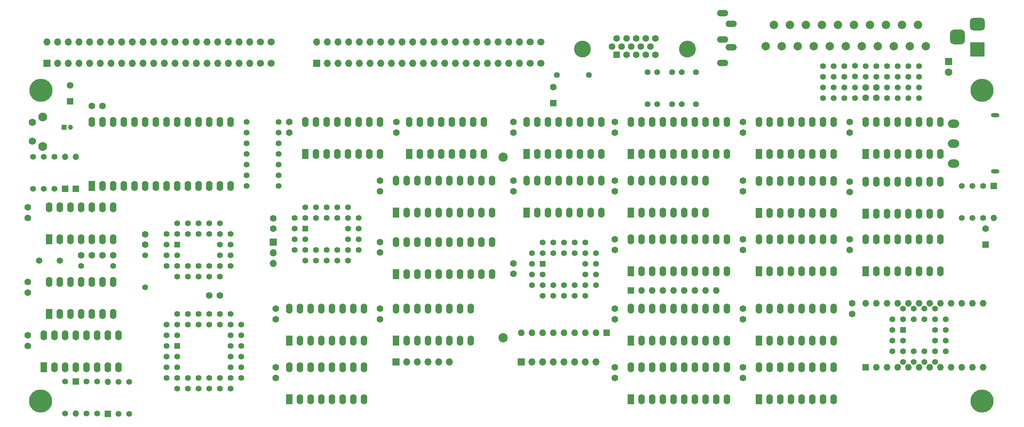
<source format=gbr>
%TF.GenerationSoftware,KiCad,Pcbnew,8.0.6*%
%TF.CreationDate,2025-01-18T12:45:17+00:00*%
%TF.ProjectId,v2b,7632622e-6b69-4636-9164-5f7063625858,rev?*%
%TF.SameCoordinates,Original*%
%TF.FileFunction,Soldermask,Bot*%
%TF.FilePolarity,Negative*%
%FSLAX46Y46*%
G04 Gerber Fmt 4.6, Leading zero omitted, Abs format (unit mm)*
G04 Created by KiCad (PCBNEW 8.0.6) date 2025-01-18 12:45:17*
%MOMM*%
%LPD*%
G01*
G04 APERTURE LIST*
G04 Aperture macros list*
%AMRoundRect*
0 Rectangle with rounded corners*
0 $1 Rounding radius*
0 $2 $3 $4 $5 $6 $7 $8 $9 X,Y pos of 4 corners*
0 Add a 4 corners polygon primitive as box body*
4,1,4,$2,$3,$4,$5,$6,$7,$8,$9,$2,$3,0*
0 Add four circle primitives for the rounded corners*
1,1,$1+$1,$2,$3*
1,1,$1+$1,$4,$5*
1,1,$1+$1,$6,$7*
1,1,$1+$1,$8,$9*
0 Add four rect primitives between the rounded corners*
20,1,$1+$1,$2,$3,$4,$5,0*
20,1,$1+$1,$4,$5,$6,$7,0*
20,1,$1+$1,$6,$7,$8,$9,0*
20,1,$1+$1,$8,$9,$2,$3,0*%
G04 Aperture macros list end*
%ADD10C,1.600000*%
%ADD11R,1.600000X1.600000*%
%ADD12O,1.600000X1.600000*%
%ADD13R,1.422400X1.422400*%
%ADD14C,1.422400*%
%ADD15R,1.600000X2.400000*%
%ADD16O,1.600000X2.400000*%
%ADD17R,3.500000X3.500000*%
%ADD18RoundRect,0.750000X-1.000000X0.750000X-1.000000X-0.750000X1.000000X-0.750000X1.000000X0.750000X0*%
%ADD19RoundRect,0.875000X-0.875000X0.875000X-0.875000X-0.875000X0.875000X-0.875000X0.875000X0.875000X0*%
%ADD20C,4.000000*%
%ADD21C,1.400000*%
%ADD22R,1.200000X1.200000*%
%ADD23C,1.200000*%
%ADD24R,1.500000X1.500000*%
%ADD25O,1.500000X1.500000*%
%ADD26C,5.500000*%
%ADD27C,2.100000*%
%ADD28C,1.750000*%
%ADD29R,1.700000X1.700000*%
%ADD30O,1.700000X1.700000*%
%ADD31O,2.000000X1.000000*%
%ADD32O,2.700000X2.000000*%
%ADD33C,1.998980*%
%ADD34C,2.200000*%
%ADD35R,1.800000X1.800000*%
%ADD36C,1.800000*%
%ADD37C,1.700000*%
%ADD38O,2.700000X1.500000*%
%ADD39C,1.500000*%
G04 APERTURE END LIST*
D10*
%TO.C,Cd11*%
X100965000Y-127020000D03*
X100965000Y-129520000D03*
%TD*%
D11*
%TO.C,U20*%
X241300000Y-127010000D03*
D12*
X243840000Y-127010000D03*
X246380000Y-127010000D03*
X248920000Y-127010000D03*
X251460000Y-127010000D03*
X254000000Y-127010000D03*
X256540000Y-127010000D03*
X259080000Y-127010000D03*
X261620000Y-127010000D03*
X264160000Y-127010000D03*
X266700000Y-127010000D03*
X269240000Y-127010000D03*
X269240000Y-111770000D03*
X266700000Y-111770000D03*
X264160000Y-111770000D03*
X261620000Y-111770000D03*
X259080000Y-111770000D03*
X256540000Y-111770000D03*
X254000000Y-111770000D03*
X251460000Y-111770000D03*
X248920000Y-111770000D03*
X246380000Y-111770000D03*
X243840000Y-111770000D03*
X241300000Y-111770000D03*
%TD*%
D13*
%TO.C,U5*%
X107950000Y-93980000D03*
D14*
X105410000Y-96520000D03*
X107950000Y-96520000D03*
X105410000Y-99060000D03*
X107950000Y-101600000D03*
X107950000Y-99060000D03*
X110490000Y-101600000D03*
X110490000Y-99060000D03*
X113030000Y-101600000D03*
X113030000Y-99060000D03*
X115570000Y-101600000D03*
X115570000Y-99060000D03*
X118110000Y-101600000D03*
X120650000Y-99060000D03*
X118110000Y-99060000D03*
X120650000Y-96520000D03*
X118110000Y-96520000D03*
X120650000Y-93980000D03*
X118110000Y-93980000D03*
X120650000Y-91440000D03*
X118110000Y-88900000D03*
X118110000Y-91440000D03*
X115570000Y-88900000D03*
X115570000Y-91440000D03*
X113030000Y-88900000D03*
X113030000Y-91440000D03*
X110490000Y-88900000D03*
X110490000Y-91440000D03*
X107950000Y-88900000D03*
X105410000Y-91440000D03*
X107950000Y-91440000D03*
X105410000Y-93980000D03*
%TD*%
D10*
%TO.C,Cd4*%
X125730000Y-97155000D03*
X125730000Y-99655000D03*
%TD*%
%TO.C,C5*%
X243840000Y-62825000D03*
X243840000Y-60325000D03*
%TD*%
%TO.C,Cd28*%
X212090000Y-82550000D03*
X212090000Y-85050000D03*
%TD*%
D15*
%TO.C,U19*%
X241300000Y-76200000D03*
D16*
X243840000Y-76200000D03*
X246380000Y-76200000D03*
X248920000Y-76200000D03*
X251460000Y-76200000D03*
X254000000Y-76200000D03*
X256540000Y-76200000D03*
X259080000Y-76200000D03*
X259080000Y-68580000D03*
X256540000Y-68580000D03*
X254000000Y-68580000D03*
X251460000Y-68580000D03*
X248920000Y-68580000D03*
X246380000Y-68580000D03*
X243840000Y-68580000D03*
X241300000Y-68580000D03*
%TD*%
D17*
%TO.C,J3*%
X267857500Y-51300000D03*
D18*
X267857500Y-45300000D03*
D19*
X263157500Y-48300000D03*
%TD*%
D20*
%TO.C,J7*%
X198890000Y-51181000D03*
X173890000Y-51181000D03*
D11*
X182075000Y-52601000D03*
D10*
X184365000Y-52601000D03*
X186655000Y-52601000D03*
X188945000Y-52601000D03*
X191235000Y-52601000D03*
X180930000Y-50621000D03*
X183220000Y-50621000D03*
X185510000Y-50621000D03*
X187800000Y-50621000D03*
X190090000Y-50621000D03*
X182075000Y-48641000D03*
X184365000Y-48641000D03*
X186655000Y-48641000D03*
X188945000Y-48641000D03*
X191235000Y-48641000D03*
%TD*%
D21*
%TO.C,R25*%
X236220000Y-55245000D03*
X236220000Y-57785000D03*
%TD*%
%TO.C,R10*%
X93980000Y-76200000D03*
X101600000Y-76200000D03*
%TD*%
D15*
%TO.C,U18*%
X241300000Y-90407000D03*
D16*
X243840000Y-90407000D03*
X246380000Y-90407000D03*
X248920000Y-90407000D03*
X251460000Y-90407000D03*
X254000000Y-90407000D03*
X256540000Y-90407000D03*
X259080000Y-90407000D03*
X259080000Y-82787000D03*
X256540000Y-82787000D03*
X254000000Y-82787000D03*
X251460000Y-82787000D03*
X248920000Y-82787000D03*
X246380000Y-82787000D03*
X243840000Y-82787000D03*
X241300000Y-82787000D03*
%TD*%
D10*
%TO.C,Cd32*%
X212090000Y-127000000D03*
X212090000Y-129500000D03*
%TD*%
D21*
%TO.C,R7*%
X54610000Y-102870000D03*
X62230000Y-102870000D03*
%TD*%
D22*
%TO.C,C1*%
X50570000Y-69850000D03*
D23*
X52070000Y-69850000D03*
%TD*%
D21*
%TO.C,R11*%
X93980000Y-73660000D03*
X101600000Y-73660000D03*
%TD*%
%TO.C,R16*%
X195240000Y-64372000D03*
X195240000Y-56752000D03*
%TD*%
%TO.C,R24*%
X233680000Y-55245000D03*
X233680000Y-57785000D03*
%TD*%
D11*
%TO.C,RN2*%
X179705000Y-118745000D03*
D12*
X177165000Y-118745000D03*
X174625000Y-118745000D03*
X172085000Y-118745000D03*
X169545000Y-118745000D03*
X167005000Y-118745000D03*
X164465000Y-118745000D03*
X161925000Y-118745000D03*
X159385000Y-118745000D03*
%TD*%
D21*
%TO.C,R9*%
X93980000Y-78740000D03*
X101600000Y-78740000D03*
%TD*%
D24*
%TO.C,D4*%
X53340000Y-84455000D03*
D25*
X53340000Y-76835000D03*
%TD*%
D26*
%TO.C,H2*%
X45000000Y-135000000D03*
%TD*%
D15*
%TO.C,U3*%
X104140000Y-134640000D03*
D16*
X106680000Y-134640000D03*
X109220000Y-134640000D03*
X111760000Y-134640000D03*
X114300000Y-134640000D03*
X116840000Y-134640000D03*
X119380000Y-134640000D03*
X121920000Y-134640000D03*
X121920000Y-127020000D03*
X119380000Y-127020000D03*
X116840000Y-127020000D03*
X114300000Y-127020000D03*
X111760000Y-127020000D03*
X109220000Y-127020000D03*
X106680000Y-127020000D03*
X104140000Y-127020000D03*
%TD*%
D15*
%TO.C,U16*%
X215900000Y-134620000D03*
D16*
X218440000Y-134620000D03*
X220980000Y-134620000D03*
X223520000Y-134620000D03*
X226060000Y-134620000D03*
X228600000Y-134620000D03*
X231140000Y-134620000D03*
X233680000Y-134620000D03*
X233680000Y-127000000D03*
X231140000Y-127000000D03*
X228600000Y-127000000D03*
X226060000Y-127000000D03*
X223520000Y-127000000D03*
X220980000Y-127000000D03*
X218440000Y-127000000D03*
X215900000Y-127000000D03*
%TD*%
D21*
%TO.C,R39*%
X167808000Y-57387000D03*
X175428000Y-57387000D03*
%TD*%
%TO.C,R34*%
X248920000Y-55295000D03*
X248920000Y-57835000D03*
%TD*%
D10*
%TO.C,C3*%
X62190000Y-100330000D03*
X59690000Y-100330000D03*
%TD*%
D15*
%TO.C,U7*%
X160655000Y-76200000D03*
D16*
X163195000Y-76200000D03*
X165735000Y-76200000D03*
X168275000Y-76200000D03*
X170815000Y-76200000D03*
X173355000Y-76200000D03*
X175895000Y-76200000D03*
X178435000Y-76200000D03*
X178435000Y-68580000D03*
X175895000Y-68580000D03*
X173355000Y-68580000D03*
X170815000Y-68580000D03*
X168275000Y-68580000D03*
X165735000Y-68580000D03*
X163195000Y-68580000D03*
X160655000Y-68580000D03*
%TD*%
D21*
%TO.C,R2*%
X101600000Y-83820000D03*
X93980000Y-83820000D03*
%TD*%
D27*
%TO.C,SW1*%
X45466000Y-74422000D03*
X45466000Y-67412000D03*
D28*
X42976000Y-73172000D03*
X42976000Y-68672000D03*
%TD*%
D15*
%TO.C,U2*%
X46990000Y-96520000D03*
D16*
X49530000Y-96520000D03*
X52070000Y-96520000D03*
X54610000Y-96520000D03*
X57150000Y-96520000D03*
X59690000Y-96520000D03*
X62230000Y-96520000D03*
X62230000Y-88900000D03*
X59690000Y-88900000D03*
X57150000Y-88900000D03*
X54610000Y-88900000D03*
X52070000Y-88900000D03*
X49530000Y-88900000D03*
X46990000Y-88900000D03*
%TD*%
D21*
%TO.C,R22*%
X238760000Y-60325000D03*
X238760000Y-62865000D03*
%TD*%
%TO.C,R5*%
X45720000Y-76835000D03*
X45720000Y-84455000D03*
%TD*%
D29*
%TO.C,J2*%
X159385000Y-125730000D03*
D30*
X161925000Y-125730000D03*
X164465000Y-125730000D03*
X167005000Y-125730000D03*
X169545000Y-125730000D03*
X172085000Y-125730000D03*
X174625000Y-125730000D03*
X177165000Y-125730000D03*
%TD*%
D21*
%TO.C,R15*%
X191684000Y-64372000D03*
X191684000Y-56752000D03*
%TD*%
%TO.C,R6*%
X48260000Y-76835000D03*
X48260000Y-84455000D03*
%TD*%
%TO.C,R32*%
X254000000Y-55295000D03*
X254000000Y-57835000D03*
%TD*%
D31*
%TO.C,SW2*%
X272155000Y-80310000D03*
X272155000Y-67010000D03*
D32*
X262255000Y-78510000D03*
X262255000Y-73710000D03*
X262255000Y-69010000D03*
%TD*%
D21*
%TO.C,R38*%
X266700000Y-91440000D03*
X266700000Y-83820000D03*
%TD*%
D10*
%TO.C,Cd27*%
X41910000Y-88900000D03*
X41910000Y-91400000D03*
%TD*%
D21*
%TO.C,R21*%
X236220000Y-60325000D03*
X236220000Y-62865000D03*
%TD*%
D10*
%TO.C,Cd1*%
X181610000Y-113030000D03*
X181610000Y-115530000D03*
%TD*%
D21*
%TO.C,R3*%
X58420000Y-130412000D03*
X58420000Y-138032000D03*
%TD*%
D15*
%TO.C,U15*%
X185420000Y-76200000D03*
D16*
X187960000Y-76200000D03*
X190500000Y-76200000D03*
X193040000Y-76200000D03*
X195580000Y-76200000D03*
X198120000Y-76200000D03*
X200660000Y-76200000D03*
X203200000Y-76200000D03*
X205740000Y-76200000D03*
X208280000Y-76200000D03*
X208280000Y-68580000D03*
X205740000Y-68580000D03*
X203200000Y-68580000D03*
X200660000Y-68580000D03*
X198120000Y-68580000D03*
X195580000Y-68580000D03*
X193040000Y-68580000D03*
X190500000Y-68580000D03*
X187960000Y-68580000D03*
X185420000Y-68580000D03*
%TD*%
D10*
%TO.C,Cd15*%
X41910000Y-119380000D03*
X41910000Y-121880000D03*
%TD*%
%TO.C,Cd30*%
X212090000Y-68580000D03*
X212090000Y-71080000D03*
%TD*%
D15*
%TO.C,U17*%
X241300000Y-104140000D03*
D16*
X243840000Y-104140000D03*
X246380000Y-104140000D03*
X248920000Y-104140000D03*
X251460000Y-104140000D03*
X254000000Y-104140000D03*
X256540000Y-104140000D03*
X259080000Y-104140000D03*
X259080000Y-96520000D03*
X256540000Y-96520000D03*
X254000000Y-96520000D03*
X251460000Y-96520000D03*
X248920000Y-96520000D03*
X246380000Y-96520000D03*
X243840000Y-96520000D03*
X241300000Y-96520000D03*
%TD*%
D10*
%TO.C,C2*%
X54610000Y-100330000D03*
X57110000Y-100330000D03*
%TD*%
%TO.C,Cd9*%
X212090000Y-96520000D03*
X212090000Y-99020000D03*
%TD*%
%TO.C,Cd29*%
X157480000Y-68580000D03*
X157480000Y-71080000D03*
%TD*%
D21*
%TO.C,R1*%
X55880000Y-130412000D03*
X55880000Y-138032000D03*
%TD*%
%TO.C,R28*%
X254000000Y-60375000D03*
X254000000Y-62915000D03*
%TD*%
D10*
%TO.C,Cd19*%
X104140000Y-68580000D03*
X104140000Y-71080000D03*
%TD*%
D21*
%TO.C,R14*%
X189398000Y-64372000D03*
X189398000Y-56752000D03*
%TD*%
D10*
%TO.C,Cd2*%
X181610000Y-127000000D03*
X181610000Y-129500000D03*
%TD*%
D15*
%TO.C,U32*%
X129540000Y-104775000D03*
D16*
X132080000Y-104775000D03*
X134620000Y-104775000D03*
X137160000Y-104775000D03*
X139700000Y-104775000D03*
X142240000Y-104775000D03*
X144780000Y-104775000D03*
X147320000Y-104775000D03*
X149860000Y-104775000D03*
X152400000Y-104775000D03*
X152400000Y-97155000D03*
X149860000Y-97155000D03*
X147320000Y-97155000D03*
X144780000Y-97155000D03*
X142240000Y-97155000D03*
X139700000Y-97155000D03*
X137160000Y-97155000D03*
X134620000Y-97155000D03*
X132080000Y-97155000D03*
X129540000Y-97155000D03*
%TD*%
D11*
%TO.C,C7*%
X167005000Y-64047380D03*
D10*
X167005000Y-60237380D03*
%TD*%
%TO.C,Cd13*%
X41910000Y-106680000D03*
X41910000Y-109180000D03*
%TD*%
D11*
%TO.C,C6*%
X269875000Y-97790000D03*
D10*
X269875000Y-93980000D03*
%TD*%
D24*
%TO.C,D1*%
X53340000Y-130412000D03*
D25*
X53340000Y-138032000D03*
%TD*%
D15*
%TO.C,U24*%
X215900000Y-90270000D03*
D16*
X218440000Y-90270000D03*
X220980000Y-90270000D03*
X223520000Y-90270000D03*
X226060000Y-90270000D03*
X228600000Y-90270000D03*
X231140000Y-90270000D03*
X233680000Y-90270000D03*
X233680000Y-82650000D03*
X231140000Y-82650000D03*
X228600000Y-82650000D03*
X226060000Y-82650000D03*
X223520000Y-82650000D03*
X220980000Y-82650000D03*
X218440000Y-82650000D03*
X215900000Y-82650000D03*
%TD*%
D15*
%TO.C,U14*%
X185420000Y-90170000D03*
D16*
X187960000Y-90170000D03*
X190500000Y-90170000D03*
X193040000Y-90170000D03*
X195580000Y-90170000D03*
X198120000Y-90170000D03*
X200660000Y-90170000D03*
X203200000Y-90170000D03*
X203200000Y-82550000D03*
X200660000Y-82550000D03*
X198120000Y-82550000D03*
X195580000Y-82550000D03*
X193040000Y-82550000D03*
X190500000Y-82550000D03*
X187960000Y-82550000D03*
X185420000Y-82550000D03*
%TD*%
D29*
%TO.C,J9*%
X100330000Y-97155000D03*
D30*
X100330000Y-99695000D03*
X100330000Y-102235000D03*
%TD*%
D21*
%TO.C,R36*%
X243840000Y-55295000D03*
X243840000Y-57835000D03*
%TD*%
D11*
%TO.C,RN1*%
X185420000Y-108685000D03*
D12*
X187960000Y-108685000D03*
X190500000Y-108685000D03*
X193040000Y-108685000D03*
X195580000Y-108685000D03*
X198120000Y-108685000D03*
X200660000Y-108685000D03*
X203200000Y-108685000D03*
X205740000Y-108685000D03*
%TD*%
D26*
%TO.C,H4*%
X269000000Y-135000000D03*
%TD*%
D21*
%TO.C,R29*%
X251460000Y-60375000D03*
X251460000Y-62915000D03*
%TD*%
D10*
%TO.C,Cd20*%
X238125000Y-111780000D03*
X238125000Y-114280000D03*
%TD*%
D21*
%TO.C,R44*%
X66040000Y-130429000D03*
X66040000Y-138049000D03*
%TD*%
D13*
%TO.C,U21*%
X250190000Y-118110000D03*
D14*
X247650000Y-120650000D03*
X250190000Y-120650000D03*
X247650000Y-123190000D03*
X250190000Y-125730000D03*
X250190000Y-123190000D03*
X252730000Y-125730000D03*
X252730000Y-123190000D03*
X255270000Y-125730000D03*
X255270000Y-123190000D03*
X257810000Y-125730000D03*
X260350000Y-123190000D03*
X257810000Y-123190000D03*
X260350000Y-120650000D03*
X257810000Y-120650000D03*
X260350000Y-118110000D03*
X257810000Y-118110000D03*
X260350000Y-115570000D03*
X257810000Y-113030000D03*
X257810000Y-115570000D03*
X255270000Y-113030000D03*
X255270000Y-115570000D03*
X252730000Y-113030000D03*
X252730000Y-115570000D03*
X250190000Y-113030000D03*
X247650000Y-115570000D03*
X250190000Y-115570000D03*
X247650000Y-118110000D03*
%TD*%
D26*
%TO.C,H3*%
X269030000Y-61000000D03*
%TD*%
D10*
%TO.C,C4*%
X241300000Y-62825000D03*
X241300000Y-60325000D03*
%TD*%
D21*
%TO.C,R37*%
X69850000Y-107950000D03*
X69850000Y-100330000D03*
%TD*%
D24*
%TO.C,D2*%
X60960000Y-138049000D03*
D25*
X60960000Y-130429000D03*
%TD*%
D15*
%TO.C,U23*%
X215900000Y-104140000D03*
D16*
X218440000Y-104140000D03*
X220980000Y-104140000D03*
X223520000Y-104140000D03*
X226060000Y-104140000D03*
X228600000Y-104140000D03*
X231140000Y-104140000D03*
X233680000Y-104140000D03*
X233680000Y-96520000D03*
X231140000Y-96520000D03*
X228600000Y-96520000D03*
X226060000Y-96520000D03*
X223520000Y-96520000D03*
X220980000Y-96520000D03*
X218440000Y-96520000D03*
X215900000Y-96520000D03*
%TD*%
D10*
%TO.C,Cd31*%
X100330000Y-93980000D03*
X100330000Y-91480000D03*
%TD*%
D21*
%TO.C,R41*%
X264160000Y-91440000D03*
X264160000Y-83820000D03*
%TD*%
D11*
%TO.C,C8*%
X52000000Y-63635000D03*
D10*
X52000000Y-59825000D03*
%TD*%
D15*
%TO.C,U28*%
X57150000Y-83820000D03*
D16*
X59690000Y-83820000D03*
X62230000Y-83820000D03*
X64770000Y-83820000D03*
X67310000Y-83820000D03*
X69850000Y-83820000D03*
X72390000Y-83820000D03*
X74930000Y-83820000D03*
X77470000Y-83820000D03*
X80010000Y-83820000D03*
X82550000Y-83820000D03*
X85090000Y-83820000D03*
X87630000Y-83820000D03*
X90170000Y-83820000D03*
X90170000Y-68580000D03*
X87630000Y-68580000D03*
X85090000Y-68580000D03*
X82550000Y-68580000D03*
X80010000Y-68580000D03*
X77470000Y-68580000D03*
X74930000Y-68580000D03*
X72390000Y-68580000D03*
X69850000Y-68580000D03*
X67310000Y-68580000D03*
X64770000Y-68580000D03*
X62230000Y-68580000D03*
X59690000Y-68580000D03*
X57150000Y-68580000D03*
%TD*%
D15*
%TO.C,U10*%
X107950000Y-76200000D03*
D16*
X110490000Y-76200000D03*
X113030000Y-76200000D03*
X115570000Y-76200000D03*
X118110000Y-76200000D03*
X120650000Y-76200000D03*
X123190000Y-76200000D03*
X125730000Y-76200000D03*
X125730000Y-68580000D03*
X123190000Y-68580000D03*
X120650000Y-68580000D03*
X118110000Y-68580000D03*
X115570000Y-68580000D03*
X113030000Y-68580000D03*
X110490000Y-68580000D03*
X107950000Y-68580000D03*
%TD*%
D10*
%TO.C,Cd25*%
X125730000Y-113030000D03*
X125730000Y-115530000D03*
%TD*%
D21*
%TO.C,R43*%
X63500000Y-130450000D03*
X63500000Y-138070000D03*
%TD*%
D33*
%TO.C,J4*%
X217513000Y-50559640D03*
X219418000Y-45479640D03*
X221323000Y-50559640D03*
X223228000Y-45479640D03*
X225133000Y-50559640D03*
X227038000Y-45479640D03*
X228943000Y-50559640D03*
X230848000Y-45479640D03*
X232753000Y-50559640D03*
X234658000Y-45479640D03*
X236563000Y-50559640D03*
X238468000Y-45479640D03*
X240373000Y-50559640D03*
X242278000Y-45479640D03*
X244183000Y-50559640D03*
X246088000Y-45479640D03*
X247993000Y-50559640D03*
X249898000Y-45479640D03*
X251803000Y-50559640D03*
X253708000Y-45479640D03*
X255613000Y-50559640D03*
%TD*%
D13*
%TO.C,U8*%
X164465000Y-102335000D03*
D14*
X161925000Y-104875000D03*
X164465000Y-104875000D03*
X161925000Y-107415000D03*
X164465000Y-109955000D03*
X164465000Y-107415000D03*
X167005000Y-109955000D03*
X167005000Y-107415000D03*
X169545000Y-109955000D03*
X169545000Y-107415000D03*
X172085000Y-109955000D03*
X172085000Y-107415000D03*
X174625000Y-109955000D03*
X177165000Y-107415000D03*
X174625000Y-107415000D03*
X177165000Y-104875000D03*
X174625000Y-104875000D03*
X177165000Y-102335000D03*
X174625000Y-102335000D03*
X177165000Y-99795000D03*
X174625000Y-97255000D03*
X174625000Y-99795000D03*
X172085000Y-97255000D03*
X172085000Y-99795000D03*
X169545000Y-97255000D03*
X169545000Y-99795000D03*
X167005000Y-97255000D03*
X167005000Y-99795000D03*
X164465000Y-97255000D03*
X161925000Y-99795000D03*
X164465000Y-99795000D03*
X161925000Y-102335000D03*
%TD*%
D15*
%TO.C,U22*%
X215900000Y-120650000D03*
D16*
X218440000Y-120650000D03*
X220980000Y-120650000D03*
X223520000Y-120650000D03*
X226060000Y-120650000D03*
X228600000Y-120650000D03*
X231140000Y-120650000D03*
X233680000Y-120650000D03*
X233680000Y-113030000D03*
X231140000Y-113030000D03*
X228600000Y-113030000D03*
X226060000Y-113030000D03*
X223520000Y-113030000D03*
X220980000Y-113030000D03*
X218440000Y-113030000D03*
X215900000Y-113030000D03*
%TD*%
D15*
%TO.C,U26*%
X46990000Y-114300000D03*
D16*
X49530000Y-114300000D03*
X52070000Y-114300000D03*
X54610000Y-114300000D03*
X57150000Y-114300000D03*
X59690000Y-114300000D03*
X62230000Y-114300000D03*
X62230000Y-106680000D03*
X59690000Y-106680000D03*
X57150000Y-106680000D03*
X54610000Y-106680000D03*
X52070000Y-106680000D03*
X49530000Y-106680000D03*
X46990000Y-106680000D03*
%TD*%
D13*
%TO.C,U1*%
X77470000Y-121920000D03*
D14*
X74930000Y-124460000D03*
X77470000Y-124460000D03*
X74930000Y-127000000D03*
X77470000Y-127000000D03*
X74930000Y-129540000D03*
X77470000Y-132080000D03*
X77470000Y-129540000D03*
X80010000Y-132080000D03*
X80010000Y-129540000D03*
X82550000Y-132080000D03*
X82550000Y-129540000D03*
X85090000Y-132080000D03*
X85090000Y-129540000D03*
X87630000Y-132080000D03*
X87630000Y-129540000D03*
X90170000Y-132080000D03*
X92710000Y-129540000D03*
X90170000Y-129540000D03*
X92710000Y-127000000D03*
X90170000Y-127000000D03*
X92710000Y-124460000D03*
X90170000Y-124460000D03*
X92710000Y-121920000D03*
X90170000Y-121920000D03*
X92710000Y-119380000D03*
X90170000Y-119380000D03*
X92710000Y-116840000D03*
X90170000Y-114300000D03*
X90170000Y-116840000D03*
X87630000Y-114300000D03*
X87630000Y-116840000D03*
X85090000Y-114300000D03*
X85090000Y-116840000D03*
X82550000Y-114300000D03*
X82550000Y-116840000D03*
X80010000Y-114300000D03*
X80010000Y-116840000D03*
X77470000Y-114300000D03*
X74930000Y-116840000D03*
X77470000Y-116840000D03*
X74930000Y-119380000D03*
X77470000Y-119380000D03*
X74930000Y-121920000D03*
%TD*%
D34*
%TO.C,H6*%
X155000000Y-120000000D03*
%TD*%
D30*
%TO.C,J1*%
X142240000Y-125730000D03*
X139700000Y-125730000D03*
X137160000Y-125730000D03*
X134620000Y-125730000D03*
X132080000Y-125730000D03*
D29*
X129540000Y-125730000D03*
%TD*%
D35*
%TO.C,D3*%
X261030000Y-54225000D03*
D36*
X261030000Y-56765000D03*
%TD*%
D16*
%TO.C,U31*%
X185420000Y-127000000D03*
X187960000Y-127000000D03*
X190500000Y-127000000D03*
X193040000Y-127000000D03*
X195580000Y-127000000D03*
X198120000Y-127000000D03*
X200660000Y-127000000D03*
X203200000Y-127000000D03*
X205740000Y-127000000D03*
X208280000Y-127000000D03*
X208280000Y-134620000D03*
X205740000Y-134620000D03*
X203200000Y-134620000D03*
X200660000Y-134620000D03*
X198120000Y-134620000D03*
X195580000Y-134620000D03*
X193040000Y-134620000D03*
X190500000Y-134620000D03*
X187960000Y-134620000D03*
D15*
X185420000Y-134620000D03*
%TD*%
D21*
%TO.C,R35*%
X246380000Y-55295000D03*
X246380000Y-57835000D03*
%TD*%
%TO.C,R12*%
X93980000Y-71120000D03*
X101600000Y-71120000D03*
%TD*%
%TO.C,R17*%
X197526000Y-64372000D03*
X197526000Y-56752000D03*
%TD*%
%TO.C,R20*%
X233721000Y-60325000D03*
X233721000Y-62865000D03*
%TD*%
D13*
%TO.C,U29*%
X77470000Y-97790000D03*
D14*
X74930000Y-100330000D03*
X77470000Y-100330000D03*
X74930000Y-102870000D03*
X77470000Y-105410000D03*
X77470000Y-102870000D03*
X80010000Y-105410000D03*
X80010000Y-102870000D03*
X82550000Y-105410000D03*
X82550000Y-102870000D03*
X85090000Y-105410000D03*
X85090000Y-102870000D03*
X87630000Y-105410000D03*
X90170000Y-102870000D03*
X87630000Y-102870000D03*
X90170000Y-100330000D03*
X87630000Y-100330000D03*
X90170000Y-97790000D03*
X87630000Y-97790000D03*
X90170000Y-95250000D03*
X87630000Y-92710000D03*
X87630000Y-95250000D03*
X85090000Y-92710000D03*
X85090000Y-95250000D03*
X82550000Y-92710000D03*
X82550000Y-95250000D03*
X80010000Y-92710000D03*
X80010000Y-95250000D03*
X77470000Y-92710000D03*
X74930000Y-95250000D03*
X77470000Y-95250000D03*
X74930000Y-97790000D03*
%TD*%
D10*
%TO.C,Cd26*%
X181610000Y-96520000D03*
X181610000Y-99020000D03*
%TD*%
D15*
%TO.C,U30*%
X129518000Y-120650000D03*
D16*
X132058000Y-120650000D03*
X134598000Y-120650000D03*
X137138000Y-120650000D03*
X139678000Y-120650000D03*
X142218000Y-120650000D03*
X144758000Y-120650000D03*
X147298000Y-120650000D03*
X147298000Y-113030000D03*
X144758000Y-113030000D03*
X142218000Y-113030000D03*
X139678000Y-113030000D03*
X137138000Y-113030000D03*
X134598000Y-113030000D03*
X132058000Y-113030000D03*
X129518000Y-113030000D03*
%TD*%
D29*
%TO.C,J6*%
X110648000Y-54610000D03*
D30*
X110648000Y-49530000D03*
X113188000Y-54610000D03*
X113188000Y-49530000D03*
X115728000Y-54610000D03*
X115728000Y-49530000D03*
X118268000Y-54610000D03*
X118268000Y-49530000D03*
X120808000Y-54610000D03*
X120808000Y-49530000D03*
X123348000Y-54610000D03*
X123348000Y-49530000D03*
X125888000Y-54610000D03*
X125888000Y-49530000D03*
X128428000Y-54610000D03*
X128428000Y-49530000D03*
X130968000Y-54610000D03*
X130968000Y-49530000D03*
X133508000Y-54610000D03*
X133508000Y-49530000D03*
X136048000Y-54610000D03*
X136048000Y-49530000D03*
X138588000Y-54610000D03*
X138588000Y-49530000D03*
X141128000Y-54610000D03*
X141128000Y-49530000D03*
X143668000Y-54610000D03*
X143668000Y-49530000D03*
X146208000Y-54610000D03*
X146208000Y-49530000D03*
X148748000Y-54610000D03*
X148748000Y-49530000D03*
X151288000Y-54610000D03*
X151288000Y-49530000D03*
X153828000Y-54610000D03*
X153828000Y-49530000D03*
X156368000Y-54610000D03*
X156368000Y-49530000D03*
X158908000Y-54610000D03*
X158908000Y-49530000D03*
D37*
X161448000Y-54610000D03*
X161448000Y-49530000D03*
X163988000Y-54610000D03*
X163988000Y-49530000D03*
%TD*%
D10*
%TO.C,Cd16*%
X212090000Y-113030000D03*
X212090000Y-115530000D03*
%TD*%
D21*
%TO.C,R40*%
X269240000Y-83820000D03*
X269240000Y-91440000D03*
%TD*%
D10*
%TO.C,Cd14*%
X85090000Y-109855000D03*
X87590000Y-109855000D03*
%TD*%
D15*
%TO.C,U4*%
X104140000Y-120650000D03*
D16*
X106680000Y-120650000D03*
X109220000Y-120650000D03*
X111760000Y-120650000D03*
X114300000Y-120650000D03*
X116840000Y-120650000D03*
X119380000Y-120650000D03*
X121920000Y-120650000D03*
X121920000Y-113030000D03*
X119380000Y-113030000D03*
X116840000Y-113030000D03*
X114300000Y-113030000D03*
X111760000Y-113030000D03*
X109220000Y-113030000D03*
X106680000Y-113030000D03*
X104140000Y-113030000D03*
%TD*%
D10*
%TO.C,Cd10*%
X69850000Y-97790000D03*
X69850000Y-95290000D03*
%TD*%
%TO.C,Cd17*%
X181610000Y-82550000D03*
X181610000Y-85050000D03*
%TD*%
D21*
%TO.C,R13*%
X93980000Y-68580000D03*
X101600000Y-68580000D03*
%TD*%
D10*
%TO.C,Cd6*%
X157480000Y-102235000D03*
X157480000Y-104735000D03*
%TD*%
D21*
%TO.C,R33*%
X251460000Y-55295000D03*
X251460000Y-57835000D03*
%TD*%
D15*
%TO.C,U25*%
X215900000Y-76200000D03*
D16*
X218440000Y-76200000D03*
X220980000Y-76200000D03*
X223520000Y-76200000D03*
X226060000Y-76200000D03*
X228600000Y-76200000D03*
X231140000Y-76200000D03*
X233680000Y-76200000D03*
X233680000Y-68580000D03*
X231140000Y-68580000D03*
X228600000Y-68580000D03*
X226060000Y-68580000D03*
X223520000Y-68580000D03*
X220980000Y-68580000D03*
X218440000Y-68580000D03*
X215900000Y-68580000D03*
%TD*%
D15*
%TO.C,U12*%
X185420000Y-104140000D03*
D16*
X187960000Y-104140000D03*
X190500000Y-104140000D03*
X193040000Y-104140000D03*
X195580000Y-104140000D03*
X198120000Y-104140000D03*
X200660000Y-104140000D03*
X203200000Y-104140000D03*
X205740000Y-104140000D03*
X208280000Y-104140000D03*
X208280000Y-96520000D03*
X205740000Y-96520000D03*
X203200000Y-96520000D03*
X200660000Y-96520000D03*
X198120000Y-96520000D03*
X195580000Y-96520000D03*
X193040000Y-96520000D03*
X190500000Y-96520000D03*
X187960000Y-96520000D03*
X185420000Y-96520000D03*
%TD*%
D21*
%TO.C,R31*%
X246380000Y-60375000D03*
X246380000Y-62915000D03*
%TD*%
D38*
%TO.C,J8*%
X209264000Y-50800000D03*
X207264000Y-48900000D03*
X207264000Y-42700000D03*
X209264000Y-45200000D03*
X207264000Y-54500000D03*
%TD*%
D21*
%TO.C,R23*%
X231140000Y-55245000D03*
X231140000Y-57785000D03*
%TD*%
D29*
%TO.C,J5*%
X46523000Y-54610000D03*
D30*
X46523000Y-49530000D03*
X49063000Y-54610000D03*
X49063000Y-49530000D03*
X51603000Y-54610000D03*
X51603000Y-49530000D03*
X54143000Y-54610000D03*
X54143000Y-49530000D03*
X56683000Y-54610000D03*
X56683000Y-49530000D03*
X59223000Y-54610000D03*
X59223000Y-49530000D03*
X61763000Y-54610000D03*
X61763000Y-49530000D03*
X64303000Y-54610000D03*
X64303000Y-49530000D03*
X66843000Y-54610000D03*
X66843000Y-49530000D03*
X69383000Y-54610000D03*
X69383000Y-49530000D03*
X71923000Y-54610000D03*
X71923000Y-49530000D03*
X74463000Y-54610000D03*
X74463000Y-49530000D03*
X77003000Y-54610000D03*
X77003000Y-49530000D03*
X79543000Y-54610000D03*
X79543000Y-49530000D03*
X82083000Y-54610000D03*
X82083000Y-49530000D03*
X84623000Y-54610000D03*
X84623000Y-49530000D03*
X87163000Y-54610000D03*
X87163000Y-49530000D03*
X89703000Y-54610000D03*
X89703000Y-49530000D03*
X92243000Y-54610000D03*
X92243000Y-49530000D03*
X94783000Y-54610000D03*
X94783000Y-49530000D03*
D37*
X97323000Y-54610000D03*
X97323000Y-49530000D03*
X99863000Y-54610000D03*
X99863000Y-49530000D03*
%TD*%
D21*
%TO.C,R27*%
X241300000Y-55245000D03*
X241300000Y-57785000D03*
%TD*%
D15*
%TO.C,U27*%
X45720000Y-127000000D03*
D16*
X48260000Y-127000000D03*
X50800000Y-127000000D03*
X53340000Y-127000000D03*
X55880000Y-127000000D03*
X58420000Y-127000000D03*
X60960000Y-127000000D03*
X63500000Y-127000000D03*
X63500000Y-119380000D03*
X60960000Y-119380000D03*
X58420000Y-119380000D03*
X55880000Y-119380000D03*
X53340000Y-119380000D03*
X50800000Y-119380000D03*
X48260000Y-119380000D03*
X45720000Y-119380000D03*
%TD*%
D21*
%TO.C,R30*%
X248920000Y-60375000D03*
X248920000Y-62915000D03*
%TD*%
D34*
%TO.C,H5*%
X155000000Y-77000000D03*
%TD*%
D10*
%TO.C,Cd23*%
X237490000Y-68580000D03*
X237490000Y-71080000D03*
%TD*%
%TO.C,Cd7*%
X125730000Y-82550000D03*
X125730000Y-85050000D03*
%TD*%
%TO.C,Cd8*%
X100965000Y-113030000D03*
X100965000Y-115530000D03*
%TD*%
D26*
%TO.C,H1*%
X45030000Y-61000000D03*
%TD*%
D10*
%TO.C,Cd22*%
X237510000Y-96520000D03*
X237510000Y-99020000D03*
%TD*%
D21*
%TO.C,R18*%
X200945000Y-64372000D03*
X200945000Y-56752000D03*
%TD*%
D10*
%TO.C,Cd3*%
X157480000Y-82550000D03*
X157480000Y-85050000D03*
%TD*%
%TO.C,Cd24*%
X237490000Y-82787000D03*
X237490000Y-85287000D03*
%TD*%
%TO.C,Cd5*%
X129645000Y-68580000D03*
X129645000Y-71080000D03*
%TD*%
D21*
%TO.C,R8*%
X93980000Y-81280000D03*
X101600000Y-81280000D03*
%TD*%
%TO.C,R42*%
X50800000Y-130412000D03*
X50800000Y-138032000D03*
%TD*%
%TO.C,R19*%
X231140000Y-60325000D03*
X231140000Y-62865000D03*
%TD*%
%TO.C,R4*%
X43180000Y-76835000D03*
X43180000Y-84455000D03*
%TD*%
D39*
%TO.C,Y1*%
X49530000Y-101600000D03*
X44650000Y-101600000D03*
%TD*%
D15*
%TO.C,U9*%
X185420000Y-120650000D03*
D16*
X187960000Y-120650000D03*
X190500000Y-120650000D03*
X193040000Y-120650000D03*
X195580000Y-120650000D03*
X198120000Y-120650000D03*
X200660000Y-120650000D03*
X203200000Y-120650000D03*
X205740000Y-120650000D03*
X208280000Y-120650000D03*
X208280000Y-113030000D03*
X205740000Y-113030000D03*
X203200000Y-113030000D03*
X200660000Y-113030000D03*
X198120000Y-113030000D03*
X195580000Y-113030000D03*
X193040000Y-113030000D03*
X190500000Y-113030000D03*
X187960000Y-113030000D03*
X185420000Y-113030000D03*
%TD*%
D10*
%TO.C,Cd12*%
X181610000Y-68580000D03*
X181610000Y-71080000D03*
%TD*%
D15*
%TO.C,U13*%
X160655000Y-90170000D03*
D16*
X163195000Y-90170000D03*
X165735000Y-90170000D03*
X168275000Y-90170000D03*
X170815000Y-90170000D03*
X173355000Y-90170000D03*
X175895000Y-90170000D03*
X178435000Y-90170000D03*
X178435000Y-82550000D03*
X175895000Y-82550000D03*
X173355000Y-82550000D03*
X170815000Y-82550000D03*
X168275000Y-82550000D03*
X165735000Y-82550000D03*
X163195000Y-82550000D03*
X160655000Y-82550000D03*
%TD*%
D24*
%TO.C,D6*%
X271780000Y-83820000D03*
D25*
X271780000Y-91440000D03*
%TD*%
D24*
%TO.C,D5*%
X50800000Y-84455000D03*
D25*
X50800000Y-76835000D03*
%TD*%
D21*
%TO.C,R26*%
X238760000Y-55240000D03*
X238760000Y-57780000D03*
%TD*%
D10*
%TO.C,Cd18*%
X57150000Y-64770000D03*
X59650000Y-64770000D03*
%TD*%
D15*
%TO.C,U11*%
X132693000Y-76200000D03*
D16*
X135233000Y-76200000D03*
X137773000Y-76200000D03*
X140313000Y-76200000D03*
X142853000Y-76200000D03*
X145393000Y-76200000D03*
X147933000Y-76200000D03*
X150473000Y-76200000D03*
X150473000Y-68580000D03*
X147933000Y-68580000D03*
X145393000Y-68580000D03*
X142853000Y-68580000D03*
X140313000Y-68580000D03*
X137773000Y-68580000D03*
X135233000Y-68580000D03*
X132693000Y-68580000D03*
%TD*%
D15*
%TO.C,U6*%
X129540000Y-90170000D03*
D16*
X132080000Y-90170000D03*
X134620000Y-90170000D03*
X137160000Y-90170000D03*
X139700000Y-90170000D03*
X142240000Y-90170000D03*
X144780000Y-90170000D03*
X147320000Y-90170000D03*
X149860000Y-90170000D03*
X152400000Y-90170000D03*
X152400000Y-82550000D03*
X149860000Y-82550000D03*
X147320000Y-82550000D03*
X144780000Y-82550000D03*
X142240000Y-82550000D03*
X139700000Y-82550000D03*
X137160000Y-82550000D03*
X134620000Y-82550000D03*
X132080000Y-82550000D03*
X129540000Y-82550000D03*
%TD*%
M02*

</source>
